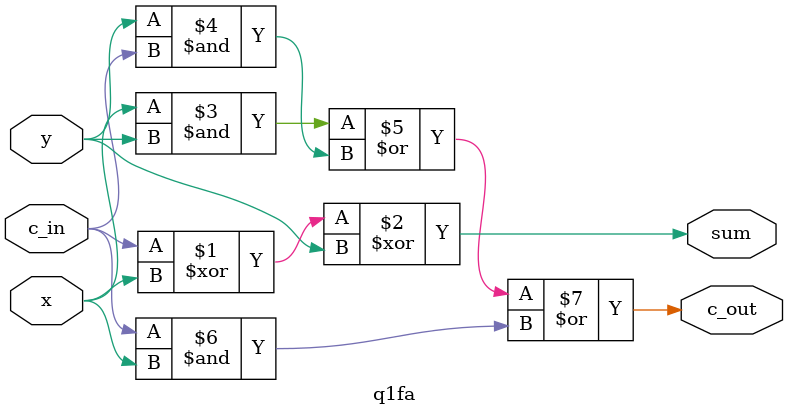
<source format=v>
module q1fa(c_in, x, y, sum, c_out);
    input c_in, x, y;
    output sum, c_out;
    assign sum = c_in ^ x ^ y;
    assign c_out = (x & y) | (y & c_in) | (c_in & x);
endmodule


</source>
